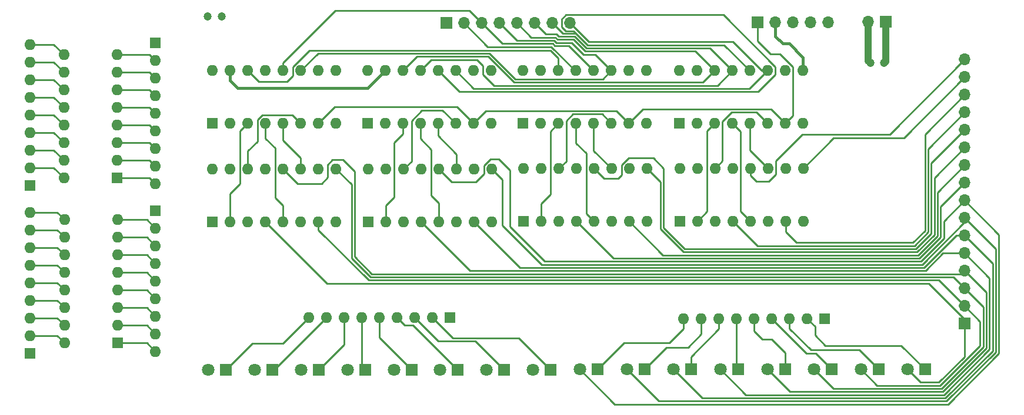
<source format=gbr>
%TF.GenerationSoftware,KiCad,Pcbnew,(5.1.9-0-10_14)*%
%TF.CreationDate,2021-04-19T21:01:21-04:00*%
%TF.ProjectId,MAR,4d41522e-6b69-4636-9164-5f7063625858,rev?*%
%TF.SameCoordinates,Original*%
%TF.FileFunction,Copper,L1,Top*%
%TF.FilePolarity,Positive*%
%FSLAX46Y46*%
G04 Gerber Fmt 4.6, Leading zero omitted, Abs format (unit mm)*
G04 Created by KiCad (PCBNEW (5.1.9-0-10_14)) date 2021-04-19 21:01:21*
%MOMM*%
%LPD*%
G01*
G04 APERTURE LIST*
%TA.AperFunction,ComponentPad*%
%ADD10C,1.200000*%
%TD*%
%TA.AperFunction,ComponentPad*%
%ADD11O,1.700000X1.700000*%
%TD*%
%TA.AperFunction,ComponentPad*%
%ADD12R,1.700000X1.700000*%
%TD*%
%TA.AperFunction,ComponentPad*%
%ADD13O,1.600000X1.600000*%
%TD*%
%TA.AperFunction,ComponentPad*%
%ADD14R,1.600000X1.600000*%
%TD*%
%TA.AperFunction,ComponentPad*%
%ADD15R,1.800000X1.800000*%
%TD*%
%TA.AperFunction,ComponentPad*%
%ADD16C,1.800000*%
%TD*%
%TA.AperFunction,Conductor*%
%ADD17C,0.250000*%
%TD*%
%TA.AperFunction,Conductor*%
%ADD18C,1.000000*%
%TD*%
%TA.AperFunction,Conductor*%
%ADD19C,0.400000*%
%TD*%
G04 APERTURE END LIST*
D10*
%TO.P,C2,2*%
%TO.N,GND*%
X86007501Y-75927001D03*
%TO.P,C2,1*%
%TO.N,Net-(C2-Pad1)*%
X84007501Y-75927001D03*
%TD*%
D11*
%TO.P,J4,5*%
%TO.N,/Memory Address Register/RAM_MODE*%
X173355000Y-76708000D03*
%TO.P,J4,4*%
%TO.N,/Memory Address Register/RAM_RESET*%
X170815000Y-76708000D03*
%TO.P,J4,3*%
%TO.N,/Memory Address Register/MAR1_LATCH*%
X168275000Y-76708000D03*
%TO.P,J4,2*%
%TO.N,/Memory Address Register/MAR2_LATCH*%
X165735000Y-76708000D03*
D12*
%TO.P,J4,1*%
%TO.N,/Memory Address Register/CLOCK*%
X163195000Y-76708000D03*
%TD*%
D11*
%TO.P,J3,2*%
%TO.N,Net-(J3-Pad2)*%
X179067500Y-76616500D03*
D12*
%TO.P,J3,1*%
%TO.N,GND*%
X181607500Y-76616500D03*
%TD*%
D10*
%TO.P,C1,2*%
%TO.N,GND*%
X181387500Y-82613500D03*
%TO.P,C1,1*%
%TO.N,VCC*%
X179387500Y-82613500D03*
%TD*%
D11*
%TO.P,J2,8*%
%TO.N,/Memory Address Register/BUS8*%
X136144000Y-76835000D03*
%TO.P,J2,7*%
%TO.N,/Memory Address Register/BUS7*%
X133604000Y-76835000D03*
%TO.P,J2,6*%
%TO.N,/Memory Address Register/BUS6*%
X131064000Y-76835000D03*
%TO.P,J2,5*%
%TO.N,/Memory Address Register/BUS5*%
X128524000Y-76835000D03*
%TO.P,J2,4*%
%TO.N,/Memory Address Register/BUS4*%
X125984000Y-76835000D03*
%TO.P,J2,3*%
%TO.N,/Memory Address Register/BUS3*%
X123444000Y-76835000D03*
%TO.P,J2,2*%
%TO.N,/Memory Address Register/BUS2*%
X120904000Y-76835000D03*
D12*
%TO.P,J2,1*%
%TO.N,/Memory Address Register/BUS1*%
X118364000Y-76835000D03*
%TD*%
D11*
%TO.P,J1,16*%
%TO.N,/Memory Address Register/MAR16*%
X192976500Y-82105500D03*
%TO.P,J1,15*%
%TO.N,/Memory Address Register/MAR15*%
X192976500Y-84645500D03*
%TO.P,J1,14*%
%TO.N,/Memory Address Register/MAR14*%
X192976500Y-87185500D03*
%TO.P,J1,13*%
%TO.N,/Memory Address Register/MAR13*%
X192976500Y-89725500D03*
%TO.P,J1,12*%
%TO.N,/Memory Address Register/MAR12*%
X192976500Y-92265500D03*
%TO.P,J1,11*%
%TO.N,/Memory Address Register/MAR11*%
X192976500Y-94805500D03*
%TO.P,J1,10*%
%TO.N,/Memory Address Register/MAR10*%
X192976500Y-97345500D03*
%TO.P,J1,9*%
%TO.N,/Memory Address Register/MAR9*%
X192976500Y-99885500D03*
%TO.P,J1,8*%
%TO.N,/Memory Address Register/MAR8*%
X192976500Y-102425500D03*
%TO.P,J1,7*%
%TO.N,/Memory Address Register/MAR7*%
X192976500Y-104965500D03*
%TO.P,J1,6*%
%TO.N,/Memory Address Register/MAR6*%
X192976500Y-107505500D03*
%TO.P,J1,5*%
%TO.N,/Memory Address Register/MAR5*%
X192976500Y-110045500D03*
%TO.P,J1,4*%
%TO.N,/Memory Address Register/MAR4*%
X192976500Y-112585500D03*
%TO.P,J1,3*%
%TO.N,/Memory Address Register/MAR3*%
X192976500Y-115125500D03*
%TO.P,J1,2*%
%TO.N,/Memory Address Register/MAR2*%
X192976500Y-117665500D03*
D12*
%TO.P,J1,1*%
%TO.N,/Memory Address Register/MAR1*%
X192976500Y-120205500D03*
%TD*%
D13*
%TO.P,U8,16*%
%TO.N,+5V*%
X151955500Y-97790000D03*
%TO.P,U8,8*%
%TO.N,GND*%
X169735500Y-105410000D03*
%TO.P,U8,15*%
X154495500Y-97790000D03*
%TO.P,U8,7*%
%TO.N,/Memory Address Register/MAR14*%
X167195500Y-105410000D03*
%TO.P,U8,14*%
%TO.N,Net-(U7-Pad6)*%
X157035500Y-97790000D03*
%TO.P,U8,6*%
%TO.N,Net-(RN1-Pad7)*%
X164655500Y-105410000D03*
%TO.P,U8,13*%
%TO.N,Net-(RN1-Pad9)*%
X159575500Y-97790000D03*
%TO.P,U8,5*%
%TO.N,Net-(U7-Pad4)*%
X162115500Y-105410000D03*
%TO.P,U8,12*%
%TO.N,/Memory Address Register/MAR16*%
X162115500Y-97790000D03*
%TO.P,U8,4*%
%TO.N,/Memory Address Register/MAR13*%
X159575500Y-105410000D03*
%TO.P,U8,11*%
%TO.N,Net-(U7-Pad5)*%
X164655500Y-97790000D03*
%TO.P,U8,3*%
%TO.N,Net-(RN1-Pad6)*%
X157035500Y-105410000D03*
%TO.P,U8,10*%
%TO.N,Net-(RN1-Pad8)*%
X167195500Y-97790000D03*
%TO.P,U8,2*%
%TO.N,Net-(U7-Pad3)*%
X154495500Y-105410000D03*
%TO.P,U8,9*%
%TO.N,/Memory Address Register/MAR15*%
X169735500Y-97790000D03*
D14*
%TO.P,U8,1*%
%TO.N,/Memory Address Register/RAM_MODE*%
X151955500Y-105410000D03*
%TD*%
D13*
%TO.P,U7,16*%
%TO.N,+5V*%
X151892000Y-83693000D03*
%TO.P,U7,8*%
%TO.N,GND*%
X169672000Y-91313000D03*
%TO.P,U7,15*%
%TO.N,/Memory Address Register/RAM_RESET*%
X154432000Y-83693000D03*
%TO.P,U7,7*%
%TO.N,/Memory Address Register/CLOCK*%
X167132000Y-91313000D03*
%TO.P,U7,14*%
%TO.N,/Memory Address Register/BUS5*%
X156972000Y-83693000D03*
%TO.P,U7,6*%
%TO.N,Net-(U7-Pad6)*%
X164592000Y-91313000D03*
%TO.P,U7,13*%
%TO.N,/Memory Address Register/BUS6*%
X159512000Y-83693000D03*
%TO.P,U7,5*%
%TO.N,Net-(U7-Pad5)*%
X162052000Y-91313000D03*
%TO.P,U7,12*%
%TO.N,/Memory Address Register/BUS7*%
X162052000Y-83693000D03*
%TO.P,U7,4*%
%TO.N,Net-(U7-Pad4)*%
X159512000Y-91313000D03*
%TO.P,U7,11*%
%TO.N,/Memory Address Register/BUS8*%
X164592000Y-83693000D03*
%TO.P,U7,3*%
%TO.N,Net-(U7-Pad3)*%
X156972000Y-91313000D03*
%TO.P,U7,10*%
%TO.N,/Memory Address Register/MAR2_LATCH*%
X167132000Y-83693000D03*
%TO.P,U7,2*%
%TO.N,GND*%
X154432000Y-91313000D03*
%TO.P,U7,9*%
%TO.N,/Memory Address Register/MAR2_LATCH*%
X169672000Y-83693000D03*
D14*
%TO.P,U7,1*%
%TO.N,GND*%
X151892000Y-91313000D03*
%TD*%
D13*
%TO.P,U6,16*%
%TO.N,+5V*%
X129476500Y-97853500D03*
%TO.P,U6,8*%
%TO.N,GND*%
X147256500Y-105473500D03*
%TO.P,U6,15*%
X132016500Y-97853500D03*
%TO.P,U6,7*%
%TO.N,/Memory Address Register/MAR10*%
X144716500Y-105473500D03*
%TO.P,U6,14*%
%TO.N,Net-(U4-Pad6)*%
X134556500Y-97853500D03*
%TO.P,U6,6*%
%TO.N,Net-(RN1-Pad3)*%
X142176500Y-105473500D03*
%TO.P,U6,13*%
%TO.N,Net-(RN1-Pad5)*%
X137096500Y-97853500D03*
%TO.P,U6,5*%
%TO.N,Net-(U4-Pad4)*%
X139636500Y-105473500D03*
%TO.P,U6,12*%
%TO.N,/Memory Address Register/MAR12*%
X139636500Y-97853500D03*
%TO.P,U6,4*%
%TO.N,/Memory Address Register/MAR9*%
X137096500Y-105473500D03*
%TO.P,U6,11*%
%TO.N,Net-(U4-Pad5)*%
X142176500Y-97853500D03*
%TO.P,U6,3*%
%TO.N,Net-(RN1-Pad2)*%
X134556500Y-105473500D03*
%TO.P,U6,10*%
%TO.N,Net-(RN1-Pad4)*%
X144716500Y-97853500D03*
%TO.P,U6,2*%
%TO.N,Net-(U4-Pad3)*%
X132016500Y-105473500D03*
%TO.P,U6,9*%
%TO.N,/Memory Address Register/MAR11*%
X147256500Y-97853500D03*
D14*
%TO.P,U6,1*%
%TO.N,/Memory Address Register/RAM_MODE*%
X129476500Y-105473500D03*
%TD*%
D13*
%TO.P,U5,16*%
%TO.N,+5V*%
X107124500Y-97917000D03*
%TO.P,U5,8*%
%TO.N,GND*%
X124904500Y-105537000D03*
%TO.P,U5,15*%
X109664500Y-97917000D03*
%TO.P,U5,7*%
%TO.N,/Memory Address Register/MAR6*%
X122364500Y-105537000D03*
%TO.P,U5,14*%
%TO.N,Net-(U2-Pad6)*%
X112204500Y-97917000D03*
%TO.P,U5,6*%
%TO.N,Net-(RN3-Pad7)*%
X119824500Y-105537000D03*
%TO.P,U5,13*%
%TO.N,Net-(RN3-Pad9)*%
X114744500Y-97917000D03*
%TO.P,U5,5*%
%TO.N,Net-(U2-Pad4)*%
X117284500Y-105537000D03*
%TO.P,U5,12*%
%TO.N,/Memory Address Register/MAR8*%
X117284500Y-97917000D03*
%TO.P,U5,4*%
%TO.N,/Memory Address Register/MAR5*%
X114744500Y-105537000D03*
%TO.P,U5,11*%
%TO.N,Net-(U2-Pad5)*%
X119824500Y-97917000D03*
%TO.P,U5,3*%
%TO.N,Net-(RN3-Pad6)*%
X112204500Y-105537000D03*
%TO.P,U5,10*%
%TO.N,Net-(RN3-Pad8)*%
X122364500Y-97917000D03*
%TO.P,U5,2*%
%TO.N,Net-(U2-Pad3)*%
X109664500Y-105537000D03*
%TO.P,U5,9*%
%TO.N,/Memory Address Register/MAR7*%
X124904500Y-97917000D03*
D14*
%TO.P,U5,1*%
%TO.N,/Memory Address Register/RAM_MODE*%
X107124500Y-105537000D03*
%TD*%
D13*
%TO.P,U4,16*%
%TO.N,+5V*%
X129413000Y-83693000D03*
%TO.P,U4,8*%
%TO.N,GND*%
X147193000Y-91313000D03*
%TO.P,U4,15*%
%TO.N,/Memory Address Register/RAM_RESET*%
X131953000Y-83693000D03*
%TO.P,U4,7*%
%TO.N,/Memory Address Register/CLOCK*%
X144653000Y-91313000D03*
%TO.P,U4,14*%
%TO.N,/Memory Address Register/BUS1*%
X134493000Y-83693000D03*
%TO.P,U4,6*%
%TO.N,Net-(U4-Pad6)*%
X142113000Y-91313000D03*
%TO.P,U4,13*%
%TO.N,/Memory Address Register/BUS2*%
X137033000Y-83693000D03*
%TO.P,U4,5*%
%TO.N,Net-(U4-Pad5)*%
X139573000Y-91313000D03*
%TO.P,U4,12*%
%TO.N,/Memory Address Register/BUS3*%
X139573000Y-83693000D03*
%TO.P,U4,4*%
%TO.N,Net-(U4-Pad4)*%
X137033000Y-91313000D03*
%TO.P,U4,11*%
%TO.N,/Memory Address Register/BUS4*%
X142113000Y-83693000D03*
%TO.P,U4,3*%
%TO.N,Net-(U4-Pad3)*%
X134493000Y-91313000D03*
%TO.P,U4,10*%
%TO.N,/Memory Address Register/MAR2_LATCH*%
X144653000Y-83693000D03*
%TO.P,U4,2*%
%TO.N,GND*%
X131953000Y-91313000D03*
%TO.P,U4,9*%
%TO.N,/Memory Address Register/MAR2_LATCH*%
X147193000Y-83693000D03*
D14*
%TO.P,U4,1*%
%TO.N,GND*%
X129413000Y-91313000D03*
%TD*%
D13*
%TO.P,U3,16*%
%TO.N,+5V*%
X84709000Y-97917000D03*
%TO.P,U3,8*%
%TO.N,GND*%
X102489000Y-105537000D03*
%TO.P,U3,15*%
X87249000Y-97917000D03*
%TO.P,U3,7*%
%TO.N,/Memory Address Register/MAR2*%
X99949000Y-105537000D03*
%TO.P,U3,14*%
%TO.N,Net-(U1-Pad6)*%
X89789000Y-97917000D03*
%TO.P,U3,6*%
%TO.N,Net-(RN3-Pad3)*%
X97409000Y-105537000D03*
%TO.P,U3,13*%
%TO.N,Net-(RN3-Pad5)*%
X92329000Y-97917000D03*
%TO.P,U3,5*%
%TO.N,Net-(U1-Pad4)*%
X94869000Y-105537000D03*
%TO.P,U3,12*%
%TO.N,/Memory Address Register/MAR4*%
X94869000Y-97917000D03*
%TO.P,U3,4*%
%TO.N,/Memory Address Register/MAR1*%
X92329000Y-105537000D03*
%TO.P,U3,11*%
%TO.N,Net-(U1-Pad5)*%
X97409000Y-97917000D03*
%TO.P,U3,3*%
%TO.N,Net-(RN3-Pad2)*%
X89789000Y-105537000D03*
%TO.P,U3,10*%
%TO.N,Net-(RN3-Pad4)*%
X99949000Y-97917000D03*
%TO.P,U3,2*%
%TO.N,Net-(U1-Pad3)*%
X87249000Y-105537000D03*
%TO.P,U3,9*%
%TO.N,/Memory Address Register/MAR3*%
X102489000Y-97917000D03*
D14*
%TO.P,U3,1*%
%TO.N,/Memory Address Register/RAM_MODE*%
X84709000Y-105537000D03*
%TD*%
D13*
%TO.P,U2,16*%
%TO.N,+5V*%
X106997500Y-83693000D03*
%TO.P,U2,8*%
%TO.N,GND*%
X124777500Y-91313000D03*
%TO.P,U2,15*%
%TO.N,/Memory Address Register/RAM_RESET*%
X109537500Y-83693000D03*
%TO.P,U2,7*%
%TO.N,/Memory Address Register/CLOCK*%
X122237500Y-91313000D03*
%TO.P,U2,14*%
%TO.N,/Memory Address Register/BUS5*%
X112077500Y-83693000D03*
%TO.P,U2,6*%
%TO.N,Net-(U2-Pad6)*%
X119697500Y-91313000D03*
%TO.P,U2,13*%
%TO.N,/Memory Address Register/BUS6*%
X114617500Y-83693000D03*
%TO.P,U2,5*%
%TO.N,Net-(U2-Pad5)*%
X117157500Y-91313000D03*
%TO.P,U2,12*%
%TO.N,/Memory Address Register/BUS7*%
X117157500Y-83693000D03*
%TO.P,U2,4*%
%TO.N,Net-(U2-Pad4)*%
X114617500Y-91313000D03*
%TO.P,U2,11*%
%TO.N,/Memory Address Register/BUS8*%
X119697500Y-83693000D03*
%TO.P,U2,3*%
%TO.N,Net-(U2-Pad3)*%
X112077500Y-91313000D03*
%TO.P,U2,10*%
%TO.N,/Memory Address Register/MAR1_LATCH*%
X122237500Y-83693000D03*
%TO.P,U2,2*%
%TO.N,GND*%
X109537500Y-91313000D03*
%TO.P,U2,9*%
%TO.N,/Memory Address Register/MAR1_LATCH*%
X124777500Y-83693000D03*
D14*
%TO.P,U2,1*%
%TO.N,GND*%
X106997500Y-91313000D03*
%TD*%
D13*
%TO.P,U1,16*%
%TO.N,+5V*%
X84709000Y-83693000D03*
%TO.P,U1,8*%
%TO.N,GND*%
X102489000Y-91313000D03*
%TO.P,U1,15*%
%TO.N,/Memory Address Register/RAM_RESET*%
X87249000Y-83693000D03*
%TO.P,U1,7*%
%TO.N,/Memory Address Register/CLOCK*%
X99949000Y-91313000D03*
%TO.P,U1,14*%
%TO.N,/Memory Address Register/BUS1*%
X89789000Y-83693000D03*
%TO.P,U1,6*%
%TO.N,Net-(U1-Pad6)*%
X97409000Y-91313000D03*
%TO.P,U1,13*%
%TO.N,/Memory Address Register/BUS2*%
X92329000Y-83693000D03*
%TO.P,U1,5*%
%TO.N,Net-(U1-Pad5)*%
X94869000Y-91313000D03*
%TO.P,U1,12*%
%TO.N,/Memory Address Register/BUS3*%
X94869000Y-83693000D03*
%TO.P,U1,4*%
%TO.N,Net-(U1-Pad4)*%
X92329000Y-91313000D03*
%TO.P,U1,11*%
%TO.N,/Memory Address Register/BUS4*%
X97409000Y-83693000D03*
%TO.P,U1,3*%
%TO.N,Net-(U1-Pad3)*%
X89789000Y-91313000D03*
%TO.P,U1,10*%
%TO.N,/Memory Address Register/MAR1_LATCH*%
X99949000Y-83693000D03*
%TO.P,U1,2*%
%TO.N,GND*%
X87249000Y-91313000D03*
%TO.P,U1,9*%
%TO.N,/Memory Address Register/MAR1_LATCH*%
X102489000Y-83693000D03*
D14*
%TO.P,U1,1*%
%TO.N,GND*%
X84709000Y-91313000D03*
%TD*%
D13*
%TO.P,SW2,16*%
%TO.N,Net-(RN4-Pad2)*%
X63309500Y-99187000D03*
%TO.P,SW2,8*%
%TO.N,Net-(RN3-Pad2)*%
X70929500Y-81407000D03*
%TO.P,SW2,15*%
%TO.N,Net-(RN4-Pad3)*%
X63309500Y-96647000D03*
%TO.P,SW2,7*%
%TO.N,Net-(RN3-Pad3)*%
X70929500Y-83947000D03*
%TO.P,SW2,14*%
%TO.N,Net-(RN4-Pad4)*%
X63309500Y-94107000D03*
%TO.P,SW2,6*%
%TO.N,Net-(RN3-Pad4)*%
X70929500Y-86487000D03*
%TO.P,SW2,13*%
%TO.N,Net-(RN4-Pad5)*%
X63309500Y-91567000D03*
%TO.P,SW2,5*%
%TO.N,Net-(RN3-Pad5)*%
X70929500Y-89027000D03*
%TO.P,SW2,12*%
%TO.N,Net-(RN4-Pad6)*%
X63309500Y-89027000D03*
%TO.P,SW2,4*%
%TO.N,Net-(RN3-Pad6)*%
X70929500Y-91567000D03*
%TO.P,SW2,11*%
%TO.N,Net-(RN4-Pad7)*%
X63309500Y-86487000D03*
%TO.P,SW2,3*%
%TO.N,Net-(RN3-Pad7)*%
X70929500Y-94107000D03*
%TO.P,SW2,10*%
%TO.N,Net-(RN4-Pad8)*%
X63309500Y-83947000D03*
%TO.P,SW2,2*%
%TO.N,Net-(RN3-Pad8)*%
X70929500Y-96647000D03*
%TO.P,SW2,9*%
%TO.N,Net-(RN4-Pad9)*%
X63309500Y-81407000D03*
D14*
%TO.P,SW2,1*%
%TO.N,Net-(RN3-Pad9)*%
X70929500Y-99187000D03*
%TD*%
D13*
%TO.P,SW1,16*%
%TO.N,Net-(RN2-Pad2)*%
X63436500Y-122999500D03*
%TO.P,SW1,8*%
%TO.N,Net-(RN1-Pad2)*%
X71056500Y-105219500D03*
%TO.P,SW1,15*%
%TO.N,Net-(RN2-Pad3)*%
X63436500Y-120459500D03*
%TO.P,SW1,7*%
%TO.N,Net-(RN1-Pad3)*%
X71056500Y-107759500D03*
%TO.P,SW1,14*%
%TO.N,Net-(RN2-Pad4)*%
X63436500Y-117919500D03*
%TO.P,SW1,6*%
%TO.N,Net-(RN1-Pad4)*%
X71056500Y-110299500D03*
%TO.P,SW1,13*%
%TO.N,Net-(RN2-Pad5)*%
X63436500Y-115379500D03*
%TO.P,SW1,5*%
%TO.N,Net-(RN1-Pad5)*%
X71056500Y-112839500D03*
%TO.P,SW1,12*%
%TO.N,Net-(RN2-Pad6)*%
X63436500Y-112839500D03*
%TO.P,SW1,4*%
%TO.N,Net-(RN1-Pad6)*%
X71056500Y-115379500D03*
%TO.P,SW1,11*%
%TO.N,Net-(RN2-Pad7)*%
X63436500Y-110299500D03*
%TO.P,SW1,3*%
%TO.N,Net-(RN1-Pad7)*%
X71056500Y-117919500D03*
%TO.P,SW1,10*%
%TO.N,Net-(RN2-Pad8)*%
X63436500Y-107759500D03*
%TO.P,SW1,2*%
%TO.N,Net-(RN1-Pad8)*%
X71056500Y-120459500D03*
%TO.P,SW1,9*%
%TO.N,Net-(RN2-Pad9)*%
X63436500Y-105219500D03*
D14*
%TO.P,SW1,1*%
%TO.N,Net-(RN1-Pad9)*%
X71056500Y-122999500D03*
%TD*%
D13*
%TO.P,RN6,9*%
%TO.N,Net-(D9-Pad1)*%
X152527000Y-119507000D03*
%TO.P,RN6,8*%
%TO.N,Net-(D10-Pad1)*%
X155067000Y-119507000D03*
%TO.P,RN6,7*%
%TO.N,Net-(D11-Pad1)*%
X157607000Y-119507000D03*
%TO.P,RN6,6*%
%TO.N,Net-(D12-Pad1)*%
X160147000Y-119507000D03*
%TO.P,RN6,5*%
%TO.N,Net-(D13-Pad1)*%
X162687000Y-119507000D03*
%TO.P,RN6,4*%
%TO.N,Net-(D14-Pad1)*%
X165227000Y-119507000D03*
%TO.P,RN6,3*%
%TO.N,Net-(D15-Pad1)*%
X167767000Y-119507000D03*
%TO.P,RN6,2*%
%TO.N,Net-(D16-Pad1)*%
X170307000Y-119507000D03*
D14*
%TO.P,RN6,1*%
%TO.N,GND*%
X172847000Y-119507000D03*
%TD*%
D13*
%TO.P,RN5,9*%
%TO.N,Net-(D1-Pad1)*%
X98552000Y-119316500D03*
%TO.P,RN5,8*%
%TO.N,Net-(D2-Pad1)*%
X101092000Y-119316500D03*
%TO.P,RN5,7*%
%TO.N,Net-(D3-Pad1)*%
X103632000Y-119316500D03*
%TO.P,RN5,6*%
%TO.N,Net-(D4-Pad1)*%
X106172000Y-119316500D03*
%TO.P,RN5,5*%
%TO.N,Net-(D5-Pad1)*%
X108712000Y-119316500D03*
%TO.P,RN5,4*%
%TO.N,Net-(D6-Pad1)*%
X111252000Y-119316500D03*
%TO.P,RN5,3*%
%TO.N,Net-(D7-Pad1)*%
X113792000Y-119316500D03*
%TO.P,RN5,2*%
%TO.N,Net-(D8-Pad1)*%
X116332000Y-119316500D03*
D14*
%TO.P,RN5,1*%
%TO.N,GND*%
X118872000Y-119316500D03*
%TD*%
D13*
%TO.P,RN4,9*%
%TO.N,Net-(RN4-Pad9)*%
X58420000Y-79946500D03*
%TO.P,RN4,8*%
%TO.N,Net-(RN4-Pad8)*%
X58420000Y-82486500D03*
%TO.P,RN4,7*%
%TO.N,Net-(RN4-Pad7)*%
X58420000Y-85026500D03*
%TO.P,RN4,6*%
%TO.N,Net-(RN4-Pad6)*%
X58420000Y-87566500D03*
%TO.P,RN4,5*%
%TO.N,Net-(RN4-Pad5)*%
X58420000Y-90106500D03*
%TO.P,RN4,4*%
%TO.N,Net-(RN4-Pad4)*%
X58420000Y-92646500D03*
%TO.P,RN4,3*%
%TO.N,Net-(RN4-Pad3)*%
X58420000Y-95186500D03*
%TO.P,RN4,2*%
%TO.N,Net-(RN4-Pad2)*%
X58420000Y-97726500D03*
D14*
%TO.P,RN4,1*%
%TO.N,+5V*%
X58420000Y-100266500D03*
%TD*%
D13*
%TO.P,RN3,9*%
%TO.N,Net-(RN3-Pad9)*%
X76454000Y-100012500D03*
%TO.P,RN3,8*%
%TO.N,Net-(RN3-Pad8)*%
X76454000Y-97472500D03*
%TO.P,RN3,7*%
%TO.N,Net-(RN3-Pad7)*%
X76454000Y-94932500D03*
%TO.P,RN3,6*%
%TO.N,Net-(RN3-Pad6)*%
X76454000Y-92392500D03*
%TO.P,RN3,5*%
%TO.N,Net-(RN3-Pad5)*%
X76454000Y-89852500D03*
%TO.P,RN3,4*%
%TO.N,Net-(RN3-Pad4)*%
X76454000Y-87312500D03*
%TO.P,RN3,3*%
%TO.N,Net-(RN3-Pad3)*%
X76454000Y-84772500D03*
%TO.P,RN3,2*%
%TO.N,Net-(RN3-Pad2)*%
X76454000Y-82232500D03*
D14*
%TO.P,RN3,1*%
%TO.N,GND*%
X76454000Y-79692500D03*
%TD*%
D13*
%TO.P,RN2,9*%
%TO.N,Net-(RN2-Pad9)*%
X58420000Y-104140000D03*
%TO.P,RN2,8*%
%TO.N,Net-(RN2-Pad8)*%
X58420000Y-106680000D03*
%TO.P,RN2,7*%
%TO.N,Net-(RN2-Pad7)*%
X58420000Y-109220000D03*
%TO.P,RN2,6*%
%TO.N,Net-(RN2-Pad6)*%
X58420000Y-111760000D03*
%TO.P,RN2,5*%
%TO.N,Net-(RN2-Pad5)*%
X58420000Y-114300000D03*
%TO.P,RN2,4*%
%TO.N,Net-(RN2-Pad4)*%
X58420000Y-116840000D03*
%TO.P,RN2,3*%
%TO.N,Net-(RN2-Pad3)*%
X58420000Y-119380000D03*
%TO.P,RN2,2*%
%TO.N,Net-(RN2-Pad2)*%
X58420000Y-121920000D03*
D14*
%TO.P,RN2,1*%
%TO.N,+5V*%
X58420000Y-124460000D03*
%TD*%
D13*
%TO.P,RN1,9*%
%TO.N,Net-(RN1-Pad9)*%
X76454000Y-124206000D03*
%TO.P,RN1,8*%
%TO.N,Net-(RN1-Pad8)*%
X76454000Y-121666000D03*
%TO.P,RN1,7*%
%TO.N,Net-(RN1-Pad7)*%
X76454000Y-119126000D03*
%TO.P,RN1,6*%
%TO.N,Net-(RN1-Pad6)*%
X76454000Y-116586000D03*
%TO.P,RN1,5*%
%TO.N,Net-(RN1-Pad5)*%
X76454000Y-114046000D03*
%TO.P,RN1,4*%
%TO.N,Net-(RN1-Pad4)*%
X76454000Y-111506000D03*
%TO.P,RN1,3*%
%TO.N,Net-(RN1-Pad3)*%
X76454000Y-108966000D03*
%TO.P,RN1,2*%
%TO.N,Net-(RN1-Pad2)*%
X76454000Y-106426000D03*
D14*
%TO.P,RN1,1*%
%TO.N,GND*%
X76454000Y-103886000D03*
%TD*%
D15*
%TO.P,D16,1*%
%TO.N,Net-(D16-Pad1)*%
X187261500Y-126809500D03*
D16*
%TO.P,D16,2*%
%TO.N,/Memory Address Register/MAR1*%
X184721500Y-126809500D03*
%TD*%
%TO.P,D15,2*%
%TO.N,/Memory Address Register/MAR2*%
X178054000Y-126809500D03*
D15*
%TO.P,D15,1*%
%TO.N,Net-(D15-Pad1)*%
X180594000Y-126809500D03*
%TD*%
D16*
%TO.P,D14,2*%
%TO.N,/Memory Address Register/MAR3*%
X171323000Y-126809500D03*
D15*
%TO.P,D14,1*%
%TO.N,Net-(D14-Pad1)*%
X173863000Y-126809500D03*
%TD*%
D16*
%TO.P,D13,2*%
%TO.N,/Memory Address Register/MAR4*%
X164592000Y-126809500D03*
D15*
%TO.P,D13,1*%
%TO.N,Net-(D13-Pad1)*%
X167132000Y-126809500D03*
%TD*%
D16*
%TO.P,D12,2*%
%TO.N,/Memory Address Register/MAR5*%
X157797500Y-126809500D03*
D15*
%TO.P,D12,1*%
%TO.N,Net-(D12-Pad1)*%
X160337500Y-126809500D03*
%TD*%
D16*
%TO.P,D11,2*%
%TO.N,/Memory Address Register/MAR6*%
X151066500Y-126809500D03*
D15*
%TO.P,D11,1*%
%TO.N,Net-(D11-Pad1)*%
X153606500Y-126809500D03*
%TD*%
D16*
%TO.P,D10,2*%
%TO.N,/Memory Address Register/MAR7*%
X144335500Y-126809500D03*
D15*
%TO.P,D10,1*%
%TO.N,Net-(D10-Pad1)*%
X146875500Y-126809500D03*
%TD*%
D16*
%TO.P,D9,2*%
%TO.N,/Memory Address Register/MAR8*%
X137604500Y-126809500D03*
D15*
%TO.P,D9,1*%
%TO.N,Net-(D9-Pad1)*%
X140144500Y-126809500D03*
%TD*%
D16*
%TO.P,D8,2*%
%TO.N,/Memory Address Register/MAR9*%
X130810000Y-126873000D03*
D15*
%TO.P,D8,1*%
%TO.N,Net-(D8-Pad1)*%
X133350000Y-126873000D03*
%TD*%
D16*
%TO.P,D7,2*%
%TO.N,/Memory Address Register/MAR10*%
X124142500Y-126873000D03*
D15*
%TO.P,D7,1*%
%TO.N,Net-(D7-Pad1)*%
X126682500Y-126873000D03*
%TD*%
D16*
%TO.P,D6,2*%
%TO.N,/Memory Address Register/MAR11*%
X117475000Y-126873000D03*
D15*
%TO.P,D6,1*%
%TO.N,Net-(D6-Pad1)*%
X120015000Y-126873000D03*
%TD*%
D16*
%TO.P,D5,2*%
%TO.N,/Memory Address Register/MAR12*%
X110807500Y-126873000D03*
D15*
%TO.P,D5,1*%
%TO.N,Net-(D5-Pad1)*%
X113347500Y-126873000D03*
%TD*%
D16*
%TO.P,D4,2*%
%TO.N,/Memory Address Register/MAR13*%
X104140000Y-126873000D03*
D15*
%TO.P,D4,1*%
%TO.N,Net-(D4-Pad1)*%
X106680000Y-126873000D03*
%TD*%
D16*
%TO.P,D3,2*%
%TO.N,/Memory Address Register/MAR14*%
X97472500Y-126873000D03*
D15*
%TO.P,D3,1*%
%TO.N,Net-(D3-Pad1)*%
X100012500Y-126873000D03*
%TD*%
D16*
%TO.P,D2,2*%
%TO.N,/Memory Address Register/MAR15*%
X90805000Y-126873000D03*
D15*
%TO.P,D2,1*%
%TO.N,Net-(D2-Pad1)*%
X93345000Y-126873000D03*
%TD*%
D16*
%TO.P,D1,2*%
%TO.N,/Memory Address Register/MAR16*%
X84074000Y-126873000D03*
D15*
%TO.P,D1,1*%
%TO.N,Net-(D1-Pad1)*%
X86614000Y-126873000D03*
%TD*%
D17*
%TO.N,/Memory Address Register/MAR16*%
X162115500Y-98806000D02*
X162115500Y-97790000D01*
X163004500Y-99695000D02*
X162115500Y-98806000D01*
X164782500Y-99695000D02*
X163004500Y-99695000D01*
X165780501Y-98696999D02*
X164782500Y-99695000D01*
X182181500Y-92900500D02*
X169608500Y-92900500D01*
X165780501Y-96728499D02*
X165780501Y-98696999D01*
X169608500Y-92900500D02*
X165780501Y-96728499D01*
X192976500Y-82105500D02*
X182181500Y-92900500D01*
%TO.N,Net-(D1-Pad1)*%
X90424000Y-123063000D02*
X86614000Y-126873000D01*
X94805500Y-123063000D02*
X90424000Y-123063000D01*
X98552000Y-119316500D02*
X94805500Y-123063000D01*
%TO.N,/Memory Address Register/MAR15*%
X174117000Y-93408500D02*
X169735500Y-97790000D01*
X184213500Y-93408500D02*
X174117000Y-93408500D01*
X192976500Y-84645500D02*
X184213500Y-93408500D01*
%TO.N,Net-(D2-Pad1)*%
X93535500Y-126873000D02*
X93345000Y-126873000D01*
X101092000Y-119316500D02*
X93535500Y-126873000D01*
%TO.N,/Memory Address Register/MAR14*%
X185547000Y-108521500D02*
X168719500Y-108521500D01*
X187261500Y-92900500D02*
X187261500Y-106807000D01*
X187261500Y-106807000D02*
X185547000Y-108521500D01*
X167195500Y-106997500D02*
X167195500Y-105410000D01*
X192976500Y-87185500D02*
X187261500Y-92900500D01*
X168719500Y-108521500D02*
X167195500Y-106997500D01*
%TO.N,Net-(D3-Pad1)*%
X103632000Y-123253500D02*
X100012500Y-126873000D01*
X103632000Y-119316500D02*
X103632000Y-123253500D01*
%TO.N,/Memory Address Register/MAR13*%
X185733400Y-108971511D02*
X187711511Y-106993400D01*
X163137011Y-108971511D02*
X185733400Y-108971511D01*
X187711511Y-106993400D02*
X187711511Y-94990489D01*
X159575500Y-105410000D02*
X163137011Y-108971511D01*
X187711511Y-94990489D02*
X192976500Y-89725500D01*
%TO.N,Net-(D4-Pad1)*%
X106172000Y-126365000D02*
X106680000Y-126873000D01*
X106172000Y-119316500D02*
X106172000Y-126365000D01*
%TO.N,/Memory Address Register/MAR12*%
X148145500Y-96329500D02*
X144575498Y-96329500D01*
X188161522Y-107179800D02*
X185919800Y-109421522D01*
X152665022Y-109421522D02*
X149606000Y-106362500D01*
X185919800Y-109421522D02*
X152665022Y-109421522D01*
X149606000Y-106362500D02*
X149606000Y-97790000D01*
X144575498Y-96329500D02*
X143591499Y-97313499D01*
X143591499Y-97313499D02*
X143591499Y-98788001D01*
X143591499Y-98788001D02*
X143129000Y-99250500D01*
X141033500Y-99250500D02*
X139636500Y-97853500D01*
X143129000Y-99250500D02*
X141033500Y-99250500D01*
X188161522Y-97080478D02*
X188161522Y-107179800D01*
X192976500Y-92265500D02*
X188161522Y-97080478D01*
X149606000Y-97790000D02*
X148145500Y-96329500D01*
%TO.N,Net-(D5-Pad1)*%
X108712000Y-122237500D02*
X113347500Y-126873000D01*
X108712000Y-119316500D02*
X108712000Y-122237500D01*
%TO.N,/Memory Address Register/MAR11*%
X186106200Y-109871533D02*
X188611533Y-107366200D01*
X152478622Y-109871533D02*
X186106200Y-109871533D01*
X188611533Y-99170467D02*
X192976500Y-94805500D01*
X147256500Y-97853500D02*
X149155989Y-99752989D01*
X149155989Y-99752989D02*
X149155989Y-106548900D01*
X149155989Y-106548900D02*
X152478622Y-109871533D01*
X188611533Y-107366200D02*
X188611533Y-99170467D01*
%TO.N,Net-(D6-Pad1)*%
X113583501Y-120441501D02*
X120015000Y-126873000D01*
X112377001Y-120441501D02*
X113583501Y-120441501D01*
X111252000Y-119316500D02*
X112377001Y-120441501D01*
%TO.N,/Memory Address Register/MAR10*%
X192976500Y-97345500D02*
X189061544Y-101260456D01*
X186292600Y-110321544D02*
X149564544Y-110321544D01*
X189061544Y-107552600D02*
X186292600Y-110321544D01*
X189061544Y-101260456D02*
X189061544Y-107552600D01*
X149564544Y-110321544D02*
X144716500Y-105473500D01*
%TO.N,Net-(D7-Pad1)*%
X113792000Y-119316500D02*
X117226511Y-122751011D01*
X117226511Y-122751011D02*
X122560511Y-122751011D01*
X122560511Y-122751011D02*
X126682500Y-126873000D01*
%TO.N,/Memory Address Register/MAR9*%
X186479000Y-110771555D02*
X142394555Y-110771555D01*
X192976500Y-99885500D02*
X189511555Y-103350445D01*
X142394555Y-110771555D02*
X137096500Y-105473500D01*
X189511555Y-103350445D02*
X189511555Y-107739000D01*
X189511555Y-107739000D02*
X186479000Y-110771555D01*
%TO.N,Net-(D8-Pad1)*%
X116332000Y-119316500D02*
X119316500Y-122301000D01*
X128778000Y-122301000D02*
X133350000Y-126873000D01*
X119316500Y-122301000D02*
X128778000Y-122301000D01*
%TO.N,/Memory Address Register/MAR8*%
X190563507Y-131826000D02*
X142621000Y-131826000D01*
X142621000Y-131826000D02*
X137604500Y-126809500D01*
X192976500Y-102425500D02*
X197904577Y-107353577D01*
X197904577Y-107353577D02*
X197904577Y-124484930D01*
X197904577Y-124484930D02*
X190563507Y-131826000D01*
X132494066Y-111221566D02*
X186665400Y-111221566D01*
X127508000Y-98044000D02*
X127508000Y-106235500D01*
X123761500Y-97394998D02*
X124699998Y-96456500D01*
X127508000Y-106235500D02*
X132494066Y-111221566D01*
X189961566Y-105440434D02*
X192976500Y-102425500D01*
X117284500Y-97917000D02*
X119126000Y-99758500D01*
X119126000Y-99758500D02*
X122618500Y-99758500D01*
X123761500Y-98615500D02*
X123761500Y-97394998D01*
X124699998Y-96456500D02*
X125920500Y-96456500D01*
X189961566Y-107925400D02*
X189961566Y-105440434D01*
X125920500Y-96456500D02*
X127508000Y-98044000D01*
X122618500Y-99758500D02*
X123761500Y-98615500D01*
X186665400Y-111221566D02*
X189961566Y-107925400D01*
%TO.N,Net-(D9-Pad1)*%
X152527000Y-119507000D02*
X152527000Y-120967500D01*
X152527000Y-120967500D02*
X150495000Y-122999500D01*
X143954500Y-122999500D02*
X140144500Y-126809500D01*
X150495000Y-122999500D02*
X143954500Y-122999500D01*
%TO.N,/Memory Address Register/MAR7*%
X190377107Y-131375989D02*
X197454566Y-124298530D01*
X197454566Y-109443566D02*
X192976500Y-104965500D01*
X144335500Y-126809500D02*
X148901989Y-131375989D01*
X148901989Y-131375989D02*
X190377107Y-131375989D01*
X197454566Y-124298530D02*
X197454566Y-109443566D01*
X192976500Y-105546877D02*
X186851800Y-111671577D01*
X192976500Y-104965500D02*
X192976500Y-105546877D01*
X126428500Y-99441000D02*
X124904500Y-97917000D01*
X126428500Y-106045000D02*
X126428500Y-99441000D01*
X132055077Y-111671577D02*
X126428500Y-106045000D01*
X186851800Y-111671577D02*
X132055077Y-111671577D01*
%TO.N,Net-(D10-Pad1)*%
X155067000Y-119507000D02*
X155067000Y-121729500D01*
X155067000Y-121729500D02*
X153162000Y-123634500D01*
X150050500Y-123634500D02*
X146875500Y-126809500D01*
X153162000Y-123634500D02*
X150050500Y-123634500D01*
%TO.N,Net-(D11-Pad1)*%
X157607000Y-119507000D02*
X157607000Y-120967500D01*
X153606500Y-124968000D02*
X153606500Y-126809500D01*
X157607000Y-120967500D02*
X153606500Y-124968000D01*
%TO.N,/Memory Address Register/MAR5*%
X196554544Y-123925726D02*
X196554544Y-113623544D01*
X196554544Y-113623544D02*
X192976500Y-110045500D01*
X190004303Y-130475967D02*
X196554544Y-123925726D01*
X161463967Y-130475967D02*
X190004303Y-130475967D01*
X157797500Y-126809500D02*
X161463967Y-130475967D01*
X189865000Y-110045500D02*
X192976500Y-110045500D01*
X121779099Y-112571599D02*
X187338901Y-112571599D01*
X114744500Y-105537000D02*
X121779099Y-112571599D01*
X187338901Y-112571599D02*
X189865000Y-110045500D01*
%TO.N,Net-(D12-Pad1)*%
X160147000Y-126619000D02*
X160337500Y-126809500D01*
X160147000Y-119507000D02*
X160147000Y-126619000D01*
%TO.N,/Memory Address Register/MAR4*%
X189817904Y-130025956D02*
X167808456Y-130025956D01*
X167808456Y-130025956D02*
X164592000Y-126809500D01*
X196104533Y-115713533D02*
X196104533Y-123739327D01*
X196104533Y-123739327D02*
X189817904Y-130025956D01*
X192976500Y-112585500D02*
X196104533Y-115713533D01*
X105156000Y-110549269D02*
X107628341Y-113021610D01*
X105156000Y-98234500D02*
X105156000Y-110549269D01*
X101981000Y-96583500D02*
X103505000Y-96583500D01*
X101282500Y-97282000D02*
X101981000Y-96583500D01*
X107628341Y-113021610D02*
X192540390Y-113021610D01*
X192540390Y-113021610D02*
X192976500Y-112585500D01*
X101282500Y-99123500D02*
X101282500Y-97282000D01*
X94869000Y-97917000D02*
X96964500Y-100012500D01*
X100393500Y-100012500D02*
X101282500Y-99123500D01*
X96964500Y-100012500D02*
X100393500Y-100012500D01*
X103505000Y-96583500D02*
X105156000Y-98234500D01*
%TO.N,Net-(D13-Pad1)*%
X162687000Y-119507000D02*
X162687000Y-121285000D01*
X162687000Y-121285000D02*
X163830000Y-122428000D01*
X163830000Y-122428000D02*
X165163500Y-122428000D01*
X167132000Y-124396500D02*
X167132000Y-126809500D01*
X165163500Y-122428000D02*
X167132000Y-124396500D01*
%TO.N,/Memory Address Register/MAR3*%
X195654522Y-117803522D02*
X195654522Y-123552928D01*
X192976500Y-115125500D02*
X195654522Y-117803522D01*
X195654522Y-123552928D02*
X189631505Y-129575945D01*
X174089445Y-129575945D02*
X171323000Y-126809500D01*
X189631505Y-129575945D02*
X174089445Y-129575945D01*
X107441941Y-113471621D02*
X191322621Y-113471621D01*
X104705989Y-110735669D02*
X107441941Y-113471621D01*
X191322621Y-113471621D02*
X192976500Y-115125500D01*
X102489000Y-97917000D02*
X104705989Y-100133989D01*
X104705989Y-100133989D02*
X104705989Y-110735669D01*
%TO.N,Net-(D14-Pad1)*%
X170191020Y-124471020D02*
X171524520Y-124471020D01*
X171524520Y-124471020D02*
X173863000Y-126809500D01*
X165227000Y-119507000D02*
X170191020Y-124471020D01*
%TO.N,/Memory Address Register/MAR2*%
X195204511Y-123366529D02*
X189445106Y-129125934D01*
X180370434Y-129125934D02*
X178054000Y-126809500D01*
X189445106Y-129125934D02*
X180370434Y-129125934D01*
X195204511Y-119893511D02*
X195204511Y-123366529D01*
X192976500Y-117665500D02*
X195204511Y-119893511D01*
X99949000Y-106668370D02*
X107202262Y-113921632D01*
X107202262Y-113921632D02*
X189232632Y-113921632D01*
X189232632Y-113921632D02*
X192976500Y-117665500D01*
X99949000Y-105537000D02*
X99949000Y-106668370D01*
%TO.N,Net-(D15-Pad1)*%
X170884009Y-124021009D02*
X177805509Y-124021009D01*
X167767000Y-120904000D02*
X170884009Y-124021009D01*
X177805509Y-124021009D02*
X180594000Y-126809500D01*
X167767000Y-119507000D02*
X167767000Y-120904000D01*
%TO.N,/Memory Address Register/MAR1*%
X192976500Y-124958130D02*
X189258707Y-128675923D01*
X189258707Y-128675923D02*
X186587923Y-128675923D01*
X192976500Y-120205500D02*
X192976500Y-124958130D01*
X186587923Y-128675923D02*
X184721500Y-126809500D01*
X187777643Y-114371643D02*
X192976500Y-119570500D01*
X101163643Y-114371643D02*
X187777643Y-114371643D01*
X192976500Y-119570500D02*
X192976500Y-120205500D01*
X92329000Y-105537000D02*
X101163643Y-114371643D01*
%TO.N,Net-(D16-Pad1)*%
X171432001Y-121874499D02*
X172938002Y-123380500D01*
X172938002Y-123380500D02*
X183832500Y-123380500D01*
X183832500Y-123380500D02*
X187261500Y-126809500D01*
X171432001Y-120632001D02*
X171432001Y-121874499D01*
X170307000Y-119507000D02*
X171432001Y-120632001D01*
%TO.N,Net-(RN1-Pad9)*%
X75247500Y-122999500D02*
X76454000Y-124206000D01*
X71056500Y-122999500D02*
X75247500Y-122999500D01*
%TO.N,Net-(RN1-Pad8)*%
X75247500Y-120459500D02*
X76454000Y-121666000D01*
X71056500Y-120459500D02*
X75247500Y-120459500D01*
%TO.N,Net-(RN1-Pad7)*%
X75247500Y-117919500D02*
X76454000Y-119126000D01*
X71056500Y-117919500D02*
X75247500Y-117919500D01*
%TO.N,Net-(RN1-Pad6)*%
X75247500Y-115379500D02*
X76454000Y-116586000D01*
X71056500Y-115379500D02*
X75247500Y-115379500D01*
%TO.N,Net-(RN1-Pad5)*%
X75247500Y-112839500D02*
X76454000Y-114046000D01*
X71056500Y-112839500D02*
X75247500Y-112839500D01*
%TO.N,Net-(RN1-Pad4)*%
X75247500Y-110299500D02*
X76454000Y-111506000D01*
X71056500Y-110299500D02*
X75247500Y-110299500D01*
%TO.N,Net-(RN1-Pad3)*%
X75247500Y-107759500D02*
X76454000Y-108966000D01*
X71056500Y-107759500D02*
X75247500Y-107759500D01*
%TO.N,Net-(RN1-Pad2)*%
X75247500Y-105219500D02*
X76454000Y-106426000D01*
X71056500Y-105219500D02*
X75247500Y-105219500D01*
%TO.N,Net-(RN2-Pad9)*%
X62357000Y-104140000D02*
X63436500Y-105219500D01*
X58420000Y-104140000D02*
X62357000Y-104140000D01*
%TO.N,Net-(RN2-Pad8)*%
X62357000Y-106680000D02*
X63436500Y-107759500D01*
X58420000Y-106680000D02*
X62357000Y-106680000D01*
%TO.N,Net-(RN2-Pad7)*%
X62357000Y-109220000D02*
X63436500Y-110299500D01*
X58420000Y-109220000D02*
X62357000Y-109220000D01*
%TO.N,Net-(RN2-Pad6)*%
X62357000Y-111760000D02*
X63436500Y-112839500D01*
X58420000Y-111760000D02*
X62357000Y-111760000D01*
%TO.N,Net-(RN2-Pad5)*%
X62357000Y-114300000D02*
X63436500Y-115379500D01*
X58420000Y-114300000D02*
X62357000Y-114300000D01*
%TO.N,Net-(RN2-Pad4)*%
X62357000Y-116840000D02*
X63436500Y-117919500D01*
X58420000Y-116840000D02*
X62357000Y-116840000D01*
%TO.N,Net-(RN2-Pad3)*%
X62357000Y-119380000D02*
X63436500Y-120459500D01*
X58420000Y-119380000D02*
X62357000Y-119380000D01*
%TO.N,Net-(RN2-Pad2)*%
X62357000Y-121920000D02*
X63436500Y-122999500D01*
X58420000Y-121920000D02*
X62357000Y-121920000D01*
%TO.N,Net-(RN3-Pad9)*%
X75628500Y-99187000D02*
X76454000Y-100012500D01*
X70929500Y-99187000D02*
X75628500Y-99187000D01*
%TO.N,Net-(RN3-Pad8)*%
X75628500Y-96647000D02*
X76454000Y-97472500D01*
X70929500Y-96647000D02*
X75628500Y-96647000D01*
%TO.N,Net-(RN3-Pad7)*%
X75628500Y-94107000D02*
X76454000Y-94932500D01*
X70929500Y-94107000D02*
X75628500Y-94107000D01*
%TO.N,Net-(RN3-Pad6)*%
X75628500Y-91567000D02*
X76454000Y-92392500D01*
X70929500Y-91567000D02*
X75628500Y-91567000D01*
%TO.N,Net-(RN3-Pad5)*%
X75628500Y-89027000D02*
X76454000Y-89852500D01*
X70929500Y-89027000D02*
X75628500Y-89027000D01*
%TO.N,Net-(RN3-Pad4)*%
X75628500Y-86487000D02*
X76454000Y-87312500D01*
X70929500Y-86487000D02*
X75628500Y-86487000D01*
%TO.N,Net-(RN3-Pad3)*%
X75628500Y-83947000D02*
X76454000Y-84772500D01*
X70929500Y-83947000D02*
X75628500Y-83947000D01*
%TO.N,Net-(RN3-Pad2)*%
X75628500Y-81407000D02*
X76454000Y-82232500D01*
X70929500Y-81407000D02*
X75628500Y-81407000D01*
%TO.N,Net-(RN4-Pad9)*%
X61849000Y-79946500D02*
X63309500Y-81407000D01*
X58420000Y-79946500D02*
X61849000Y-79946500D01*
%TO.N,Net-(RN4-Pad8)*%
X61849000Y-82486500D02*
X63309500Y-83947000D01*
X58420000Y-82486500D02*
X61849000Y-82486500D01*
%TO.N,Net-(RN4-Pad7)*%
X61849000Y-85026500D02*
X63309500Y-86487000D01*
X58420000Y-85026500D02*
X61849000Y-85026500D01*
%TO.N,Net-(RN4-Pad6)*%
X61849000Y-87566500D02*
X63309500Y-89027000D01*
X58420000Y-87566500D02*
X61849000Y-87566500D01*
%TO.N,Net-(RN4-Pad5)*%
X61849000Y-90106500D02*
X63309500Y-91567000D01*
X58420000Y-90106500D02*
X61849000Y-90106500D01*
%TO.N,Net-(RN4-Pad4)*%
X61849000Y-92646500D02*
X63309500Y-94107000D01*
X58420000Y-92646500D02*
X61849000Y-92646500D01*
%TO.N,Net-(RN4-Pad3)*%
X61849000Y-95186500D02*
X63309500Y-96647000D01*
X58420000Y-95186500D02*
X61849000Y-95186500D01*
%TO.N,Net-(RN4-Pad2)*%
X61849000Y-97726500D02*
X63309500Y-99187000D01*
X58420000Y-97726500D02*
X61849000Y-97726500D01*
%TO.N,GND*%
X181607500Y-82393500D02*
X181387500Y-82613500D01*
D18*
X181607500Y-76616500D02*
X181607500Y-82393500D01*
D19*
%TO.N,/Memory Address Register/RAM_RESET*%
X109537500Y-83693000D02*
X106997500Y-86233000D01*
X106997500Y-86233000D02*
X88328500Y-86233000D01*
X87249000Y-85153500D02*
X87249000Y-83693000D01*
X88328500Y-86233000D02*
X87249000Y-85153500D01*
D17*
%TO.N,/Memory Address Register/CLOCK*%
X146685000Y-89281000D02*
X144653000Y-91313000D01*
X165100000Y-89281000D02*
X146685000Y-89281000D01*
X167132000Y-91313000D02*
X165100000Y-89281000D01*
X124015500Y-89535000D02*
X122237500Y-91313000D01*
X142875000Y-89535000D02*
X124015500Y-89535000D01*
X144653000Y-91313000D02*
X142875000Y-89535000D01*
X102298500Y-88963500D02*
X99949000Y-91313000D01*
X119888000Y-88963500D02*
X102298500Y-88963500D01*
X122237500Y-91313000D02*
X119888000Y-88963500D01*
X168257001Y-83152999D02*
X166384002Y-81280000D01*
X168257001Y-90187999D02*
X168257001Y-83152999D01*
X167132000Y-91313000D02*
X168257001Y-90187999D01*
X166384002Y-81280000D02*
X165036500Y-81280000D01*
X163195000Y-79438500D02*
X163195000Y-76708000D01*
X165036500Y-81280000D02*
X163195000Y-79438500D01*
%TO.N,/Memory Address Register/BUS1*%
X118364000Y-76835000D02*
X118364000Y-77406500D01*
X134493000Y-83693000D02*
X134493000Y-81915000D01*
X134493000Y-81915000D02*
X133350000Y-80772000D01*
X98664998Y-80772000D02*
X96266000Y-83170998D01*
X133350000Y-80772000D02*
X98664998Y-80772000D01*
X96266000Y-83170998D02*
X96266000Y-84455000D01*
X96266000Y-84455000D02*
X95440500Y-85280500D01*
X91376500Y-85280500D02*
X89789000Y-83693000D01*
X95440500Y-85280500D02*
X91376500Y-85280500D01*
%TO.N,Net-(U1-Pad6)*%
X89789000Y-95313500D02*
X89789000Y-97917000D01*
X91171998Y-93930502D02*
X89789000Y-95313500D01*
X91171998Y-90805000D02*
X91171998Y-93930502D01*
X96202500Y-90106500D02*
X91870498Y-90106500D01*
X91870498Y-90106500D02*
X91171998Y-90805000D01*
X97409000Y-91313000D02*
X96202500Y-90106500D01*
%TO.N,/Memory Address Register/BUS2*%
X120649002Y-76835000D02*
X120904000Y-76835000D01*
X136907411Y-83693000D02*
X137033000Y-83693000D01*
X120904000Y-76835000D02*
X124327489Y-80258489D01*
X124327489Y-80258489D02*
X133472900Y-80258489D01*
X133472900Y-80258489D02*
X136907411Y-83693000D01*
%TO.N,Net-(U1-Pad5)*%
X94869000Y-91313000D02*
X94869000Y-93726000D01*
X97409000Y-96266000D02*
X97409000Y-97917000D01*
X94869000Y-93726000D02*
X97409000Y-96266000D01*
%TO.N,/Memory Address Register/BUS3*%
X102373630Y-75057000D02*
X94869000Y-82561630D01*
X123444000Y-76835000D02*
X121666000Y-75057000D01*
X121666000Y-75057000D02*
X102373630Y-75057000D01*
X94869000Y-82561630D02*
X94869000Y-83693000D01*
X123444000Y-76835000D02*
X126417478Y-79808478D01*
X136011489Y-80131489D02*
X139573000Y-83693000D01*
X133659300Y-79808478D02*
X133982311Y-80131489D01*
X126417478Y-79808478D02*
X133659300Y-79808478D01*
X133982311Y-80131489D02*
X136011489Y-80131489D01*
%TO.N,Net-(U1-Pad4)*%
X92329000Y-91313000D02*
X92329000Y-93472000D01*
X93743999Y-94886999D02*
X93743999Y-102062499D01*
X92329000Y-93472000D02*
X93743999Y-94886999D01*
X94869000Y-103187500D02*
X94869000Y-105537000D01*
X93743999Y-102062499D02*
X94869000Y-103187500D01*
%TO.N,/Memory Address Register/BUS4*%
X125984000Y-76835000D02*
X128507467Y-79358467D01*
X138128900Y-81365544D02*
X139785544Y-81365544D01*
X139785544Y-81365544D02*
X142113000Y-83693000D01*
X128507467Y-79358467D02*
X133845700Y-79358467D01*
X134168711Y-79681478D02*
X136444834Y-79681478D01*
X136444834Y-79681478D02*
X138128900Y-81365544D01*
X133845700Y-79358467D02*
X134168711Y-79681478D01*
X128310045Y-84940956D02*
X140865044Y-84940956D01*
X97409000Y-83693000D02*
X99879989Y-81222011D01*
X140865044Y-84940956D02*
X142113000Y-83693000D01*
X124591100Y-81222011D02*
X128310045Y-84940956D01*
X99879989Y-81222011D02*
X124591100Y-81222011D01*
%TO.N,Net-(U1-Pad3)*%
X88663999Y-92438001D02*
X88663999Y-100058001D01*
X89789000Y-91313000D02*
X88663999Y-92438001D01*
X87249000Y-101473000D02*
X87249000Y-105537000D01*
X88663999Y-100058001D02*
X87249000Y-101473000D01*
%TO.N,/Memory Address Register/BUS5*%
X134032100Y-78908456D02*
X134355111Y-79231467D01*
X130597456Y-78908456D02*
X134032100Y-78908456D01*
X138315300Y-80915533D02*
X154194533Y-80915533D01*
X134355111Y-79231467D02*
X136631234Y-79231467D01*
X136631234Y-79231467D02*
X138315300Y-80915533D01*
X128524000Y-76835000D02*
X130597456Y-78908456D01*
X154194533Y-80915533D02*
X156972000Y-83693000D01*
X128123645Y-85390967D02*
X155274033Y-85390967D01*
X112077500Y-83693000D02*
X114098478Y-81672022D01*
X124404700Y-81672022D02*
X128123645Y-85390967D01*
X114098478Y-81672022D02*
X124404700Y-81672022D01*
X155274033Y-85390967D02*
X156972000Y-83693000D01*
%TO.N,Net-(U2-Pad6)*%
X117798011Y-89413511D02*
X114851987Y-89413511D01*
X113347500Y-90917998D02*
X113347500Y-96774000D01*
X114851987Y-89413511D02*
X113347500Y-90917998D01*
X119697500Y-91313000D02*
X117798011Y-89413511D01*
X113347500Y-96774000D02*
X112204500Y-97917000D01*
%TO.N,/Memory Address Register/BUS6*%
X156284522Y-80465522D02*
X159512000Y-83693000D01*
X138501700Y-80465522D02*
X156284522Y-80465522D01*
X136817634Y-78781456D02*
X138501700Y-80465522D01*
X134218500Y-78458445D02*
X134541511Y-78781456D01*
X132687445Y-78458445D02*
X134218500Y-78458445D01*
X134541511Y-78781456D02*
X136817634Y-78781456D01*
X131064000Y-76835000D02*
X132687445Y-78458445D01*
X159512000Y-83693000D02*
X157364022Y-85840978D01*
X125260476Y-85840978D02*
X123652499Y-84233001D01*
X116188467Y-82122033D02*
X114617500Y-83693000D01*
X123652499Y-83012499D02*
X122762033Y-82122033D01*
X157364022Y-85840978D02*
X125260476Y-85840978D01*
X122762033Y-82122033D02*
X116188467Y-82122033D01*
X123652499Y-84233001D02*
X123652499Y-83012499D01*
%TO.N,Net-(U2-Pad5)*%
X117157500Y-91313000D02*
X117157500Y-93091000D01*
X119824500Y-95758000D02*
X119824500Y-97917000D01*
X117157500Y-93091000D02*
X119824500Y-95758000D01*
%TO.N,/Memory Address Register/BUS7*%
X133604000Y-76835000D02*
X135100445Y-78331445D01*
X138688100Y-80015511D02*
X158374511Y-80015511D01*
X135100445Y-78331445D02*
X137004034Y-78331445D01*
X137004034Y-78331445D02*
X138688100Y-80015511D01*
X158374511Y-80015511D02*
X162052000Y-83693000D01*
X163209002Y-86741000D02*
X120205500Y-86741000D01*
X158224001Y-75659999D02*
X165717001Y-83152999D01*
X135579999Y-75659999D02*
X158224001Y-75659999D01*
X134968999Y-76270999D02*
X135579999Y-75659999D01*
X136682591Y-78010001D02*
X135579999Y-78010001D01*
X165717001Y-84233001D02*
X163209002Y-86741000D01*
X158374509Y-80015509D02*
X138688099Y-80015509D01*
X120205500Y-86741000D02*
X117157500Y-83693000D01*
X162052000Y-83693000D02*
X158374509Y-80015509D01*
X135579999Y-78010001D02*
X134968999Y-77399001D01*
X134968999Y-77399001D02*
X134968999Y-76270999D01*
X138688099Y-80015509D02*
X136682591Y-78010001D01*
X165717001Y-83152999D02*
X165717001Y-84233001D01*
%TO.N,Net-(U2-Pad4)*%
X114617500Y-91313000D02*
X114617500Y-93535500D01*
X116159499Y-95077499D02*
X116159499Y-101681499D01*
X114617500Y-93535500D02*
X116159499Y-95077499D01*
X117284500Y-102806500D02*
X117284500Y-105537000D01*
X116159499Y-101681499D02*
X117284500Y-102806500D01*
%TO.N,/Memory Address Register/BUS8*%
X163717002Y-83693000D02*
X164592000Y-83693000D01*
X159589502Y-79565500D02*
X163717002Y-83693000D01*
X138874500Y-79565500D02*
X159589502Y-79565500D01*
X136144000Y-76835000D02*
X138874500Y-79565500D01*
X164592000Y-83693000D02*
X161994011Y-86290989D01*
X122295489Y-86290989D02*
X119697500Y-83693000D01*
X161994011Y-86290989D02*
X122295489Y-86290989D01*
%TO.N,Net-(U2-Pad3)*%
X112077500Y-91313000D02*
X112077500Y-92837000D01*
X112077500Y-92837000D02*
X110807500Y-94107000D01*
X110807500Y-94107000D02*
X110807500Y-101981000D01*
X109664500Y-103124000D02*
X109664500Y-105537000D01*
X110807500Y-101981000D02*
X109664500Y-103124000D01*
%TO.N,Net-(U4-Pad6)*%
X142113000Y-91313000D02*
X140785011Y-89985011D01*
X140785011Y-89985011D02*
X136582989Y-89985011D01*
X135618001Y-90949999D02*
X135618001Y-96791999D01*
X136582989Y-89985011D02*
X135618001Y-90949999D01*
X135618001Y-96791999D02*
X134556500Y-97853500D01*
%TO.N,Net-(U4-Pad5)*%
X139573000Y-95250000D02*
X142176500Y-97853500D01*
X139573000Y-91313000D02*
X139573000Y-95250000D01*
%TO.N,Net-(U4-Pad4)*%
X137033000Y-91313000D02*
X137033000Y-94170500D01*
X138511499Y-95648999D02*
X138511499Y-104348499D01*
X138511499Y-104348499D02*
X139636500Y-105473500D01*
X137033000Y-94170500D02*
X138511499Y-95648999D01*
%TO.N,Net-(U4-Pad3)*%
X134493000Y-91313000D02*
X133350000Y-92456000D01*
X133350000Y-92456000D02*
X133350000Y-101536500D01*
X132016500Y-102870000D02*
X132016500Y-105473500D01*
X133350000Y-101536500D02*
X132016500Y-102870000D01*
D19*
%TO.N,/Memory Address Register/MAR2_LATCH*%
X169672000Y-83693000D02*
X169672000Y-81788000D01*
X169672000Y-81788000D02*
X167703500Y-79819500D01*
X167703500Y-79819500D02*
X166814500Y-79819500D01*
X165735000Y-78740000D02*
X165735000Y-76708000D01*
X166814500Y-79819500D02*
X165735000Y-78740000D01*
D17*
%TO.N,Net-(U7-Pad6)*%
X164592000Y-91313000D02*
X163010011Y-89731011D01*
X159428987Y-89731011D02*
X158097001Y-91062997D01*
X163010011Y-89731011D02*
X159428987Y-89731011D01*
X158097001Y-91062997D02*
X158097001Y-96728499D01*
X158097001Y-96728499D02*
X157035500Y-97790000D01*
%TO.N,Net-(U7-Pad5)*%
X162052000Y-95186500D02*
X164655500Y-97790000D01*
X162052000Y-91313000D02*
X162052000Y-95186500D01*
%TO.N,Net-(U7-Pad4)*%
X160700501Y-103995001D02*
X162115500Y-105410000D01*
X160700501Y-92501501D02*
X160700501Y-103995001D01*
X159512000Y-91313000D02*
X160700501Y-92501501D01*
%TO.N,Net-(U7-Pad3)*%
X155910499Y-103995001D02*
X154495500Y-105410000D01*
X155910499Y-92374501D02*
X155910499Y-103995001D01*
X156972000Y-91313000D02*
X155910499Y-92374501D01*
%TO.N,/Memory Address Register/MAR6*%
X197004555Y-111533555D02*
X197004555Y-124112125D01*
X192976500Y-107505500D02*
X197004555Y-111533555D01*
X197004555Y-124112125D02*
X190190702Y-130925978D01*
X155182978Y-130925978D02*
X151066500Y-126809500D01*
X190190702Y-130925978D02*
X155182978Y-130925978D01*
X187152502Y-112121588D02*
X191768590Y-107505500D01*
X191768590Y-107505500D02*
X192976500Y-107505500D01*
X122364500Y-105537000D02*
X128949088Y-112121588D01*
X128949088Y-112121588D02*
X187152502Y-112121588D01*
%TO.N,Net-(C1-Pad1)*%
X179067500Y-82293500D02*
X179387500Y-82613500D01*
D18*
X179067500Y-76616500D02*
X179067500Y-82293500D01*
%TD*%
M02*

</source>
